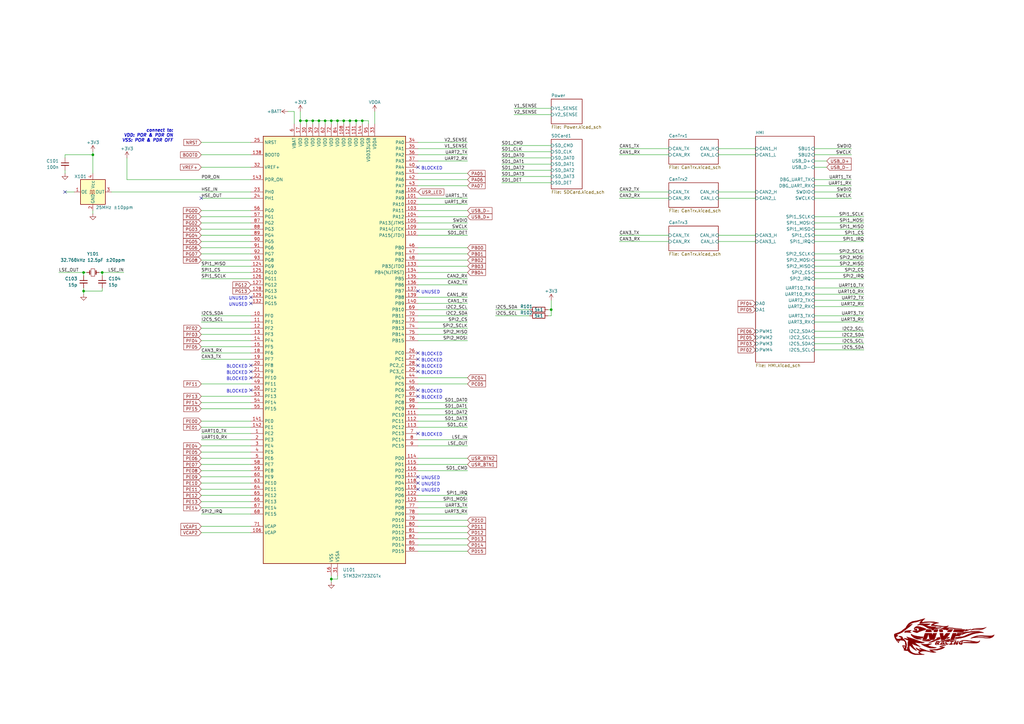
<source format=kicad_sch>
(kicad_sch (version 20231120) (generator "eeschema") (generator_version "8.0")
  (paper "A3")
  (title_block (title "Bigger Brain") (date "2024-03-05") (rev "2") (company "Scott CJX"))
  (lib_symbols
    (symbol "Device:C_Small" (pin_numbers hide) (pin_names (offset 0.254) hide)
      (property "Reference" "C" (at 0.254 1.778 0))
      (property "Value" "C_Small" (at 0.254 -2.032 0))
      (symbol "C_Small_1_1"
        (pin passive line (at 0 2.54 270) (length 2.032) (name "~") (number "1"))
        (pin passive line (at 0 -2.54 90) (length 2.032) (name "~") (number "2"))
      )
    )
    (symbol "Device:Crystal_Small" (pin_numbers hide) (pin_names (offset 1.016) hide)
      (property "Reference" "Y" (at 0 2.54 0))
      (property "Value" "Crystal_Small" (at 0 -2.54 0))
      (symbol "Crystal_Small_1_1"
        (pin passive line (at -2.54 0 0) (length 1.27) (name "1") (number "1"))
        (pin passive line (at 2.54 0 180) (length 1.27) (name "2") (number "2"))
      )
    )
    (symbol "Device:R" (pin_numbers hide) (pin_names (offset 0))
      (property "Reference" "R" (at 2.032 0 90))
      (property "Value" "R" (at 0 0 90))
      (symbol "R_1_1"
        (pin passive line (at 0 3.81 270) (length 1.27) (name "~") (number "1"))
        (pin passive line (at 0 -3.81 90) (length 1.27) (name "~") (number "2"))
      )
    )
    (symbol "MCU_ST_STM32H7:STM32H723ZGTx"
      (property "Reference" "U" (at -27.94 90.17 0))
      (property "Value" "STM32H723ZGTx" (at 20.32 90.17 0))
      (symbol "STM32H723ZGTx_1_1"
        (pin bidirectional line (at -33.02 -33.02 0) (length 5.08) (name "PE2") (number "1"))
        (pin bidirectional line (at -33.02 15.24 0) (length 5.08) (name "PF0") (number "10"))
        (pin bidirectional line (at 35.56 66.04 180) (length 5.08) (name "PA8") (number "100"))
        (pin bidirectional line (at 35.56 63.5 180) (length 5.08) (name "PA9") (number "101"))
        (pin bidirectional line (at 35.56 60.96 180) (length 5.08) (name "PA10") (number "102"))
        (pin bidirectional line (at 35.56 58.42 180) (length 5.08) (name "PA11") (number "103"))
        (pin bidirectional line (at 35.56 55.88 180) (length 5.08) (name "PA12") (number "104"))
        (pin bidirectional line (at 35.56 53.34 180) (length 5.08) (name "PA13(JTMS") (number "105"))
        (pin power_out line (at -33.02 -73.66 0) (length 5.08) (name "VCAP") (number "106"))
        (pin passive line (at 0 -91.44 90) (length 5.08) hide (name "VSS") (number "107"))
        (pin power_in line (at 5.08 93.98 270) (length 5.08) (name "VDD") (number "108"))
        (pin bidirectional line (at 35.56 50.8 180) (length 5.08) (name "PA14(JTCK") (number "109"))
        (pin bidirectional line (at -33.02 12.7 0) (length 5.08) (name "PF1") (number "11"))
        (pin bidirectional line (at 35.56 48.26 180) (length 5.08) (name "PA15(JTDI)") (number "110"))
        (pin bidirectional line (at 35.56 -25.4 180) (length 5.08) (name "PC10") (number "111"))
        (pin bidirectional line (at 35.56 -27.94 180) (length 5.08) (name "PC11") (number "112"))
        (pin bidirectional line (at 35.56 -30.48 180) (length 5.08) (name "PC12") (number "113"))
        (pin bidirectional line (at 35.56 -43.18 180) (length 5.08) (name "PD0") (number "114"))
        (pin bidirectional line (at 35.56 -45.72 180) (length 5.08) (name "PD1") (number "115"))
        (pin bidirectional line (at 35.56 -48.26 180) (length 5.08) (name "PD2") (number "116"))
        (pin bidirectional line (at 35.56 -50.8 180) (length 5.08) (name "PD3") (number "117"))
        (pin bidirectional line (at 35.56 -53.34 180) (length 5.08) (name "PD4") (number "118"))
        (pin bidirectional line (at 35.56 -55.88 180) (length 5.08) (name "PD5") (number "119"))
        (pin bidirectional line (at -33.02 10.16 0) (length 5.08) (name "PF2") (number "12"))
        (pin passive line (at 0 -91.44 90) (length 5.08) hide (name "VSS") (number "120"))
        (pin power_in line (at 7.62 93.98 270) (length 5.08) (name "VDD") (number "121"))
        (pin bidirectional line (at 35.56 -58.42 180) (length 5.08) (name "PD6") (number "122"))
        (pin bidirectional line (at 35.56 -60.96 180) (length 5.08) (name "PD7") (number "123"))
        (pin bidirectional line (at -33.02 35.56 0) (length 5.08) (name "PG9") (number "124"))
        (pin bidirectional line (at -33.02 33.02 0) (length 5.08) (name "PG10") (number "125"))
        (pin bidirectional line (at -33.02 30.48 0) (length 5.08) (name "PG11") (number "126"))
        (pin bidirectional line (at -33.02 27.94 0) (length 5.08) (name "PG12") (number "127"))
        (pin bidirectional line (at -33.02 25.4 0) (length 5.08) (name "PG13") (number "128"))
        (pin bidirectional line (at -33.02 22.86 0) (length 5.08) (name "PG14") (number "129"))
        (pin bidirectional line (at -33.02 7.62 0) (length 5.08) (name "PF3") (number "13"))
        (pin passive line (at 0 -91.44 90) (length 5.08) hide (name "VSS") (number "130"))
        (pin power_in line (at 10.16 93.98 270) (length 5.08) (name "VDD") (number "131"))
        (pin bidirectional line (at -33.02 20.32 0) (length 5.08) (name "PG15") (number "132"))
        (pin bidirectional line (at 35.56 35.56 180) (length 5.08) (name "PB3(JTDO") (number "133"))
        (pin bidirectional line (at 35.56 33.02 180) (length 5.08) (name "PB4(NJTRST)") (number "134"))
        (pin bidirectional line (at 35.56 30.48 180) (length 5.08) (name "PB5") (number "135"))
        (pin bidirectional line (at 35.56 27.94 180) (length 5.08) (name "PB6") (number "136"))
        (pin bidirectional line (at 35.56 25.4 180) (length 5.08) (name "PB7") (number "137"))
        (pin input line (at -33.02 81.28 0) (length 5.08) (name "BOOT0") (number "138"))
        (pin bidirectional line (at 35.56 22.86 180) (length 5.08) (name "PB8") (number "139"))
        (pin bidirectional line (at -33.02 5.08 0) (length 5.08) (name "PF4") (number "14"))
        (pin bidirectional line (at 35.56 20.32 180) (length 5.08) (name "PB9") (number "140"))
        (pin bidirectional line (at -33.02 -27.94 0) (length 5.08) (name "PE0") (number "141"))
        (pin bidirectional line (at -33.02 -30.48 0) (length 5.08) (name "PE1") (number "142"))
        (pin input line (at -33.02 71.12 0) (length 5.08) (name "PDR_ON") (number "143"))
        (pin power_in line (at 12.7 93.98 270) (length 5.08) (name "VDD") (number "144"))
        (pin bidirectional line (at -33.02 2.54 0) (length 5.08) (name "PF5") (number "15"))
        (pin power_in line (at 0 -91.44 90) (length 5.08) (name "VSS") (number "16"))
        (pin power_in line (at -12.7 93.98 270) (length 5.08) (name "VDD") (number "17"))
        (pin bidirectional line (at -33.02 0 0) (length 5.08) (name "PF6") (number "18"))
        (pin bidirectional line (at -33.02 -2.54 0) (length 5.08) (name "PF7") (number "19"))
        (pin bidirectional line (at -33.02 -35.56 0) (length 5.08) (name "PE3") (number "2"))
        (pin bidirectional line (at -33.02 -5.08 0) (length 5.08) (name "PF8") (number "20"))
        (pin bidirectional line (at -33.02 -7.62 0) (length 5.08) (name "PF9") (number "21"))
        (pin bidirectional line (at -33.02 -10.16 0) (length 5.08) (name "PF10") (number "22"))
        (pin bidirectional line (at -33.02 66.04 0) (length 5.08) (name "PH0") (number "23"))
        (pin bidirectional line (at -33.02 63.5 0) (length 5.08) (name "PH1") (number "24"))
        (pin input line (at -33.02 86.36 0) (length 5.08) (name "NRST") (number "25"))
        (pin bidirectional line (at 35.56 0 180) (length 5.08) (name "PC0") (number "26"))
        (pin bidirectional line (at 35.56 -2.54 180) (length 5.08) (name "PC1") (number "27"))
        (pin bidirectional line (at 35.56 -5.08 180) (length 5.08) (name "PC2_C") (number "28"))
        (pin bidirectional line (at 35.56 -7.62 180) (length 5.08) (name "PC3_C") (number "29"))
        (pin bidirectional line (at -33.02 -38.1 0) (length 5.08) (name "PE4") (number "3"))
        (pin power_in line (at -10.16 93.98 270) (length 5.08) (name "VDD") (number "30"))
        (pin power_in line (at 2.54 -91.44 90) (length 5.08) (name "VSSA") (number "31"))
        (pin input line (at -33.02 76.2 0) (length 5.08) (name "VREF+") (number "32"))
        (pin power_in line (at 17.78 93.98 270) (length 5.08) (name "VDDA") (number "33"))
        (pin bidirectional line (at 35.56 86.36 180) (length 5.08) (name "PA0") (number "34"))
        (pin bidirectional line (at 35.56 83.82 180) (length 5.08) (name "PA1") (number "35"))
        (pin bidirectional line (at 35.56 81.28 180) (length 5.08) (name "PA2") (number "36"))
        (pin bidirectional line (at 35.56 78.74 180) (length 5.08) (name "PA3") (number "37"))
        (pin passive line (at 0 -91.44 90) (length 5.08) hide (name "VSS") (number "38"))
        (pin power_in line (at -7.62 93.98 270) (length 5.08) (name "VDD") (number "39"))
        (pin bidirectional line (at -33.02 -40.64 0) (length 5.08) (name "PE5") (number "4"))
        (pin bidirectional line (at 35.56 76.2 180) (length 5.08) (name "PA4") (number "40"))
        (pin bidirectional line (at 35.56 73.66 180) (length 5.08) (name "PA5") (number "41"))
        (pin bidirectional line (at 35.56 71.12 180) (length 5.08) (name "PA6") (number "42"))
        (pin bidirectional line (at 35.56 68.58 180) (length 5.08) (name "PA7") (number "43"))
        (pin bidirectional line (at 35.56 -10.16 180) (length 5.08) (name "PC4") (number "44"))
        (pin bidirectional line (at 35.56 -12.7 180) (length 5.08) (name "PC5") (number "45"))
        (pin bidirectional line (at 35.56 43.18 180) (length 5.08) (name "PB0") (number "46"))
        (pin bidirectional line (at 35.56 40.64 180) (length 5.08) (name "PB1") (number "47"))
        (pin bidirectional line (at 35.56 38.1 180) (length 5.08) (name "PB2") (number "48"))
        (pin bidirectional line (at -33.02 -12.7 0) (length 5.08) (name "PF11") (number "49"))
        (pin bidirectional line (at -33.02 -43.18 0) (length 5.08) (name "PE6") (number "5"))
        (pin bidirectional line (at -33.02 -15.24 0) (length 5.08) (name "PF12") (number "50"))
        (pin passive line (at 0 -91.44 90) (length 5.08) hide (name "VSS") (number "51"))
        (pin power_in line (at -5.08 93.98 270) (length 5.08) (name "VDD") (number "52"))
        (pin bidirectional line (at -33.02 -17.78 0) (length 5.08) (name "PF13") (number "53"))
        (pin bidirectional line (at -33.02 -20.32 0) (length 5.08) (name "PF14") (number "54"))
        (pin bidirectional line (at -33.02 -22.86 0) (length 5.08) (name "PF15") (number "55"))
        (pin bidirectional line (at -33.02 58.42 0) (length 5.08) (name "PG0") (number "56"))
        (pin bidirectional line (at -33.02 55.88 0) (length 5.08) (name "PG1") (number "57"))
        (pin bidirectional line (at -33.02 -45.72 0) (length 5.08) (name "PE7") (number "58"))
        (pin bidirectional line (at -33.02 -48.26 0) (length 5.08) (name "PE8") (number "59"))
        (pin power_in line (at -15.24 93.98 270) (length 5.08) (name "VBAT") (number "6"))
        (pin bidirectional line (at -33.02 -50.8 0) (length 5.08) (name "PE9") (number "60"))
        (pin passive line (at 0 -91.44 90) (length 5.08) hide (name "VSS") (number "61"))
        (pin power_in line (at -2.54 93.98 270) (length 5.08) (name "VDD") (number "62"))
        (pin bidirectional line (at -33.02 -53.34 0) (length 5.08) (name "PE10") (number "63"))
        (pin bidirectional line (at -33.02 -55.88 0) (length 5.08) (name "PE11") (number "64"))
        (pin bidirectional line (at -33.02 -58.42 0) (length 5.08) (name "PE12") (number "65"))
        (pin bidirectional line (at -33.02 -60.96 0) (length 5.08) (name "PE13") (number "66"))
        (pin bidirectional line (at -33.02 -63.5 0) (length 5.08) (name "PE14") (number "67"))
        (pin bidirectional line (at -33.02 -66.04 0) (length 5.08) (name "PE15") (number "68"))
        (pin bidirectional line (at 35.56 17.78 180) (length 5.08) (name "PB10") (number "69"))
        (pin bidirectional line (at 35.56 -33.02 180) (length 5.08) (name "PC13") (number "7"))
        (pin bidirectional line (at 35.56 15.24 180) (length 5.08) (name "PB11") (number "70"))
        (pin power_out line (at -33.02 -71.12 0) (length 5.08) (name "VCAP") (number "71"))
        (pin power_in line (at 0 93.98 270) (length 5.08) (name "VDD") (number "72"))
        (pin bidirectional line (at 35.56 12.7 180) (length 5.08) (name "PB12") (number "73"))
        (pin bidirectional line (at 35.56 10.16 180) (length 5.08) (name "PB13") (number "74"))
        (pin bidirectional line (at 35.56 7.62 180) (length 5.08) (name "PB14") (number "75"))
        (pin bidirectional line (at 35.56 5.08 180) (length 5.08) (name "PB15") (number "76"))
        (pin bidirectional line (at 35.56 -63.5 180) (length 5.08) (name "PD8") (number "77"))
        (pin bidirectional line (at 35.56 -66.04 180) (length 5.08) (name "PD9") (number "78"))
        (pin bidirectional line (at 35.56 -68.58 180) (length 5.08) (name "PD10") (number "79"))
        (pin bidirectional line (at 35.56 -35.56 180) (length 5.08) (name "PC14") (number "8"))
        (pin bidirectional line (at 35.56 -71.12 180) (length 5.08) (name "PD11") (number "80"))
        (pin bidirectional line (at 35.56 -73.66 180) (length 5.08) (name "PD12") (number "81"))
        (pin bidirectional line (at 35.56 -76.2 180) (length 5.08) (name "PD13") (number "82"))
        (pin passive line (at 0 -91.44 90) (length 5.08) hide (name "VSS") (number "83"))
        (pin power_in line (at 2.54 93.98 270) (length 5.08) (name "VDD") (number "84"))
        (pin bidirectional line (at 35.56 -78.74 180) (length 5.08) (name "PD14") (number "85"))
        (pin bidirectional line (at 35.56 -81.28 180) (length 5.08) (name "PD15") (number "86"))
        (pin bidirectional line (at -33.02 53.34 0) (length 5.08) (name "PG2") (number "87"))
        (pin bidirectional line (at -33.02 50.8 0) (length 5.08) (name "PG3") (number "88"))
        (pin bidirectional line (at -33.02 48.26 0) (length 5.08) (name "PG4") (number "89"))
        (pin bidirectional line (at 35.56 -38.1 180) (length 5.08) (name "PC15") (number "9"))
        (pin bidirectional line (at -33.02 45.72 0) (length 5.08) (name "PG5") (number "90"))
        (pin bidirectional line (at -33.02 43.18 0) (length 5.08) (name "PG6") (number "91"))
        (pin bidirectional line (at -33.02 40.64 0) (length 5.08) (name "PG7") (number "92"))
        (pin bidirectional line (at -33.02 38.1 0) (length 5.08) (name "PG8") (number "93"))
        (pin passive line (at 0 -91.44 90) (length 5.08) hide (name "VSS") (number "94"))
        (pin power_in line (at 15.24 93.98 270) (length 5.08) (name "VDD33USB") (number "95"))
        (pin bidirectional line (at 35.56 -15.24 180) (length 5.08) (name "PC6") (number "96"))
        (pin bidirectional line (at 35.56 -17.78 180) (length 5.08) (name "PC7") (number "97"))
        (pin bidirectional line (at 35.56 -20.32 180) (length 5.08) (name "PC8") (number "98"))
        (pin bidirectional line (at 35.56 -22.86 180) (length 5.08) (name "PC9") (number "99"))
      )
    )
    (symbol "NVF-Kicad:NVF-Logo" (pin_names (offset 1.016)))
    (symbol "Oscillator:SG-8002LB" (pin_names (offset 0.254))
      (property "Reference" "X" (at -5.08 6.35 0))
      (property "Value" "SG-8002LB" (at 1.27 -6.35 0))
      (symbol "SG-8002LB_1_1"
        (pin input line (at -7.62 0 0) (length 2.54) (name "OE") (number "1"))
        (pin power_in line (at 0 -7.62 90) (length 2.54) (name "GND") (number "2"))
        (pin output line (at 7.62 0 180) (length 2.54) (name "OUT") (number "3"))
        (pin power_in line (at 0 7.62 270) (length 2.54) (name "Vcc") (number "4"))
      )
    )
    (symbol "power:+3V3" (power) (pin_names (offset 0))
      (property "Value" "+3V3" (at 0 3.556 0))
      (symbol "+3V3_1_1"
        (pin power_in line (at 0 0 90) (length 0) hide (name "+3V3") (number "1"))
      )
    )
    (symbol "power:+BATT" (power) (pin_names (offset 0))
      (property "Value" "+BATT" (at 0 3.556 0))
      (symbol "+BATT_1_1"
        (pin power_in line (at 0 0 90) (length 0) hide (name "+BATT") (number "1"))
      )
    )
    (symbol "power:GND" (power) (pin_names (offset 0))
      (property "Value" "GND" (at 0 -3.81 0))
      (symbol "GND_1_1"
        (pin power_in line (at 0 0 270) (length 0) hide (name "GND") (number "1"))
      )
    )
    (symbol "power:VDDA" (power) (pin_names (offset 0))
      (property "Value" "VDDA" (at 0 3.81 0))
      (symbol "VDDA_1_1"
        (pin power_in line (at 0 0 90) (length 0) hide (name "VDDA") (number "1"))
      )
    )
  )
  (junction (at 135.89 237.49))
  (junction (at 143.51 49.53))
  (junction (at 123.19 49.53))
  (junction (at 125.73 49.53))
  (junction (at 226.06 127))
  (junction (at 128.27 49.53))
  (junction (at 130.81 49.53))
  (junction (at 146.05 49.53))
  (junction (at 148.59 49.53))
  (junction (at 135.89 49.53))
  (junction (at 138.43 49.53))
  (junction (at 38.1 63.5))
  (junction (at 140.97 49.53))
  (junction (at 34.29 111.76))
  (junction (at 34.29 119.38))
  (junction (at 41.91 111.76))
  (junction (at 133.35 49.53))
  (no_connect (at 82.55 81.28))
  (no_connect (at 171.45 152.4))
  (no_connect (at 102.87 152.4))
  (no_connect (at 102.87 121.92))
  (no_connect (at 171.45 200.66))
  (no_connect (at 171.45 119.38))
  (no_connect (at 102.87 160.02))
  (no_connect (at 171.45 149.86))
  (no_connect (at 171.45 144.78))
  (no_connect (at 171.45 177.8))
  (no_connect (at 102.87 149.86))
  (no_connect (at 171.45 147.32))
  (no_connect (at 26.67 78.74))
  (no_connect (at 171.45 160.02))
  (no_connect (at 102.87 154.94))
  (no_connect (at 102.87 124.46))
  (no_connect (at 171.45 162.56))
  (no_connect (at 171.45 195.58))
  (no_connect (at 171.45 68.58))
  (no_connect (at 171.45 198.12))
  (wire (pts (xy 191.77 213.36) (xy 171.45 213.36)))
  (wire (pts (xy 135.89 237.49) (xy 138.43 237.49)))
  (wire (pts (xy 205.74 69.85) (xy 226.06 69.85)))
  (wire (pts (xy 82.55 185.42) (xy 102.87 185.42)))
  (wire (pts (xy 191.77 172.72) (xy 171.45 172.72)))
  (wire (pts (xy 82.55 187.96) (xy 102.87 187.96)))
  (wire (pts (xy 334.01 60.96) (xy 349.25 60.96)))
  (wire (pts (xy 52.07 64.77) (xy 52.07 73.66)))
  (wire (pts (xy 354.33 125.73) (xy 334.01 125.73)))
  (wire (pts (xy 191.77 226.06) (xy 171.45 226.06)))
  (wire (pts (xy 191.77 83.82) (xy 171.45 83.82)))
  (wire (pts (xy 82.55 172.72) (xy 102.87 172.72)))
  (wire (pts (xy 191.77 203.2) (xy 171.45 203.2)))
  (wire (pts (xy 349.25 76.2) (xy 334.01 76.2)))
  (wire (pts (xy 38.1 62.23) (xy 38.1 63.5)))
  (wire (pts (xy 138.43 49.53) (xy 140.97 49.53)))
  (wire (pts (xy 140.97 49.53) (xy 143.51 49.53)))
  (wire (pts (xy 135.89 49.53) (xy 135.89 50.8)))
  (wire (pts (xy 191.77 86.36) (xy 171.45 86.36)))
  (wire (pts (xy 130.81 49.53) (xy 130.81 50.8)))
  (wire (pts (xy 38.1 63.5) (xy 38.1 71.12)))
  (wire (pts (xy 191.77 71.12) (xy 171.45 71.12)))
  (wire (pts (xy 26.67 63.5) (xy 26.67 64.77)))
  (wire (pts (xy 82.55 162.56) (xy 102.87 162.56)))
  (wire (pts (xy 226.06 123.19) (xy 226.06 127)))
  (wire (pts (xy 334.01 63.5) (xy 349.25 63.5)))
  (wire (pts (xy 210.82 44.45) (xy 226.06 44.45)))
  (wire (pts (xy 82.55 142.24) (xy 102.87 142.24)))
  (wire (pts (xy 82.55 139.7) (xy 102.87 139.7)))
  (wire (pts (xy 133.35 49.53) (xy 135.89 49.53)))
  (wire (pts (xy 82.55 88.9) (xy 102.87 88.9)))
  (wire (pts (xy 254 81.28) (xy 274.32 81.28)))
  (wire (pts (xy 34.29 119.38) (xy 34.29 120.65)))
  (wire (pts (xy 191.77 76.2) (xy 171.45 76.2)))
  (wire (pts (xy 205.74 64.77) (xy 226.06 64.77)))
  (wire (pts (xy 226.06 129.54) (xy 224.79 129.54)))
  (wire (pts (xy 349.25 73.66) (xy 334.01 73.66)))
  (wire (pts (xy 82.55 114.3) (xy 102.87 114.3)))
  (wire (pts (xy 26.67 63.5) (xy 38.1 63.5)))
  (wire (pts (xy 82.55 96.52) (xy 102.87 96.52)))
  (wire (pts (xy 191.77 182.88) (xy 171.45 182.88)))
  (wire (pts (xy 82.55 165.1) (xy 102.87 165.1)))
  (wire (pts (xy 191.77 190.5) (xy 171.45 190.5)))
  (wire (pts (xy 148.59 49.53) (xy 148.59 50.8)))
  (wire (pts (xy 254 60.96) (xy 274.32 60.96)))
  (wire (pts (xy 191.77 73.66) (xy 171.45 73.66)))
  (wire (pts (xy 146.05 49.53) (xy 146.05 50.8)))
  (wire (pts (xy 82.55 111.76) (xy 102.87 111.76)))
  (wire (pts (xy 191.77 88.9) (xy 171.45 88.9)))
  (wire (pts (xy 334.01 78.74) (xy 349.25 78.74)))
  (wire (pts (xy 82.55 106.68) (xy 102.87 106.68)))
  (wire (pts (xy 354.33 138.43) (xy 334.01 138.43)))
  (wire (pts (xy 191.77 137.16) (xy 171.45 137.16)))
  (wire (pts (xy 82.55 63.5) (xy 102.87 63.5)))
  (wire (pts (xy 294.64 96.52) (xy 309.88 96.52)))
  (wire (pts (xy 191.77 124.46) (xy 171.45 124.46)))
  (wire (pts (xy 191.77 208.28) (xy 171.45 208.28)))
  (wire (pts (xy 34.29 118.11) (xy 34.29 119.38)))
  (wire (pts (xy 354.33 143.51) (xy 334.01 143.51)))
  (wire (pts (xy 82.55 218.44) (xy 102.87 218.44)))
  (wire (pts (xy 135.89 237.49) (xy 135.89 238.76)))
  (wire (pts (xy 191.77 220.98) (xy 171.45 220.98)))
  (wire (pts (xy 41.91 111.76) (xy 50.8 111.76)))
  (wire (pts (xy 120.65 45.72) (xy 120.65 50.8)))
  (wire (pts (xy 82.55 200.66) (xy 102.87 200.66)))
  (wire (pts (xy 354.33 123.19) (xy 334.01 123.19)))
  (wire (pts (xy 191.77 114.3) (xy 171.45 114.3)))
  (wire (pts (xy 82.55 205.74) (xy 102.87 205.74)))
  (wire (pts (xy 334.01 66.04) (xy 339.09 66.04)))
  (wire (pts (xy 123.19 45.72) (xy 123.19 49.53)))
  (wire (pts (xy 354.33 129.54) (xy 334.01 129.54)))
  (wire (pts (xy 143.51 49.53) (xy 146.05 49.53)))
  (wire (pts (xy 203.2 127) (xy 217.17 127)))
  (wire (pts (xy 354.33 93.98) (xy 334.01 93.98)))
  (wire (pts (xy 294.64 99.06) (xy 309.88 99.06)))
  (wire (pts (xy 191.77 101.6) (xy 171.45 101.6)))
  (wire (pts (xy 191.77 187.96) (xy 171.45 187.96)))
  (wire (pts (xy 191.77 139.7) (xy 171.45 139.7)))
  (wire (pts (xy 334.01 68.58) (xy 339.09 68.58)))
  (wire (pts (xy 82.55 91.44) (xy 102.87 91.44)))
  (wire (pts (xy 294.64 63.5) (xy 309.88 63.5)))
  (wire (pts (xy 203.2 129.54) (xy 217.17 129.54)))
  (wire (pts (xy 82.55 132.08) (xy 102.87 132.08)))
  (wire (pts (xy 125.73 49.53) (xy 125.73 50.8)))
  (wire (pts (xy 191.77 93.98) (xy 171.45 93.98)))
  (wire (pts (xy 82.55 208.28) (xy 102.87 208.28)))
  (wire (pts (xy 82.55 104.14) (xy 102.87 104.14)))
  (wire (pts (xy 191.77 210.82) (xy 171.45 210.82)))
  (wire (pts (xy 254 99.06) (xy 274.32 99.06)))
  (wire (pts (xy 191.77 63.5) (xy 171.45 63.5)))
  (wire (pts (xy 82.55 195.58) (xy 102.87 195.58)))
  (wire (pts (xy 354.33 91.44) (xy 334.01 91.44)))
  (wire (pts (xy 354.33 114.3) (xy 334.01 114.3)))
  (wire (pts (xy 82.55 58.42) (xy 102.87 58.42)))
  (wire (pts (xy 191.77 205.74) (xy 171.45 205.74)))
  (wire (pts (xy 82.55 68.58) (xy 102.87 68.58)))
  (wire (pts (xy 82.55 99.06) (xy 102.87 99.06)))
  (wire (pts (xy 82.55 147.32) (xy 102.87 147.32)))
  (wire (pts (xy 191.77 129.54) (xy 171.45 129.54)))
  (wire (pts (xy 191.77 193.04) (xy 171.45 193.04)))
  (wire (pts (xy 82.55 134.62) (xy 102.87 134.62)))
  (wire (pts (xy 354.33 140.97) (xy 334.01 140.97)))
  (wire (pts (xy 34.29 111.76) (xy 34.29 113.03)))
  (wire (pts (xy 138.43 236.22) (xy 138.43 237.49)))
  (wire (pts (xy 205.74 59.69) (xy 226.06 59.69)))
  (wire (pts (xy 140.97 49.53) (xy 140.97 50.8)))
  (wire (pts (xy 191.77 58.42) (xy 171.45 58.42)))
  (wire (pts (xy 191.77 175.26) (xy 171.45 175.26)))
  (wire (pts (xy 205.74 67.31) (xy 226.06 67.31)))
  (wire (pts (xy 191.77 127) (xy 171.45 127)))
  (wire (pts (xy 82.55 193.04) (xy 102.87 193.04)))
  (wire (pts (xy 146.05 49.53) (xy 148.59 49.53)))
  (wire (pts (xy 254 96.52) (xy 274.32 96.52)))
  (wire (pts (xy 82.55 190.5) (xy 102.87 190.5)))
  (wire (pts (xy 354.33 104.14) (xy 334.01 104.14)))
  (wire (pts (xy 354.33 111.76) (xy 334.01 111.76)))
  (wire (pts (xy 191.77 116.84) (xy 171.45 116.84)))
  (wire (pts (xy 354.33 109.22) (xy 334.01 109.22)))
  (wire (pts (xy 82.55 81.28) (xy 102.87 81.28)))
  (wire (pts (xy 354.33 99.06) (xy 334.01 99.06)))
  (wire (pts (xy 128.27 49.53) (xy 130.81 49.53)))
  (wire (pts (xy 38.1 86.36) (xy 38.1 87.63)))
  (wire (pts (xy 354.33 132.08) (xy 334.01 132.08)))
  (wire (pts (xy 82.55 109.22) (xy 102.87 109.22)))
  (wire (pts (xy 191.77 218.44) (xy 171.45 218.44)))
  (wire (pts (xy 82.55 198.12) (xy 102.87 198.12)))
  (wire (pts (xy 354.33 96.52) (xy 334.01 96.52)))
  (wire (pts (xy 226.06 127) (xy 226.06 129.54)))
  (wire (pts (xy 82.55 203.2) (xy 102.87 203.2)))
  (wire (pts (xy 191.77 223.52) (xy 171.45 223.52)))
  (wire (pts (xy 82.55 93.98) (xy 102.87 93.98)))
  (wire (pts (xy 153.67 45.72) (xy 153.67 50.8)))
  (wire (pts (xy 120.65 45.72) (xy 118.11 45.72)))
  (wire (pts (xy 82.55 101.6) (xy 102.87 101.6)))
  (wire (pts (xy 294.64 60.96) (xy 309.88 60.96)))
  (wire (pts (xy 205.74 72.39) (xy 226.06 72.39)))
  (wire (pts (xy 82.55 144.78) (xy 102.87 144.78)))
  (wire (pts (xy 254 78.74) (xy 274.32 78.74)))
  (wire (pts (xy 82.55 215.9) (xy 102.87 215.9)))
  (wire (pts (xy 143.51 49.53) (xy 143.51 50.8)))
  (wire (pts (xy 148.59 49.53) (xy 151.13 49.53)))
  (wire (pts (xy 41.91 119.38) (xy 41.91 118.11)))
  (wire (pts (xy 191.77 157.48) (xy 171.45 157.48)))
  (wire (pts (xy 191.77 60.96) (xy 171.45 60.96)))
  (wire (pts (xy 82.55 182.88) (xy 102.87 182.88)))
  (wire (pts (xy 191.77 167.64) (xy 171.45 167.64)))
  (wire (pts (xy 210.82 46.99) (xy 226.06 46.99)))
  (wire (pts (xy 354.33 118.11) (xy 334.01 118.11)))
  (wire (pts (xy 191.77 106.68) (xy 171.45 106.68)))
  (wire (pts (xy 334.01 81.28) (xy 349.25 81.28)))
  (wire (pts (xy 191.77 170.18) (xy 171.45 170.18)))
  (wire (pts (xy 82.55 137.16) (xy 102.87 137.16)))
  (wire (pts (xy 354.33 135.89) (xy 334.01 135.89)))
  (wire (pts (xy 354.33 120.65) (xy 334.01 120.65)))
  (wire (pts (xy 171.45 111.76) (xy 191.77 111.76)))
  (wire (pts (xy 224.79 127) (xy 226.06 127)))
  (wire (pts (xy 45.72 78.74) (xy 102.87 78.74)))
  (wire (pts (xy 191.77 66.04) (xy 171.45 66.04)))
  (wire (pts (xy 191.77 91.44) (xy 171.45 91.44)))
  (wire (pts (xy 191.77 154.94) (xy 171.45 154.94)))
  (wire (pts (xy 82.55 157.48) (xy 102.87 157.48)))
  (wire (pts (xy 82.55 167.64) (xy 102.87 167.64)))
  (wire (pts (xy 294.64 81.28) (xy 309.88 81.28)))
  (wire (pts (xy 82.55 180.34) (xy 102.87 180.34)))
  (wire (pts (xy 191.77 165.1) (xy 171.45 165.1)))
  (wire (pts (xy 354.33 106.68) (xy 334.01 106.68)))
  (wire (pts (xy 24.13 111.76) (xy 34.29 111.76)))
  (wire (pts (xy 82.55 175.26) (xy 102.87 175.26)))
  (wire (pts (xy 82.55 86.36) (xy 102.87 86.36)))
  (wire (pts (xy 151.13 50.8) (xy 151.13 49.53)))
  (wire (pts (xy 34.29 111.76) (xy 35.56 111.76)))
  (wire (pts (xy 82.55 177.8) (xy 102.87 177.8)))
  (wire (pts (xy 191.77 81.28) (xy 171.45 81.28)))
  (wire (pts (xy 354.33 88.9) (xy 334.01 88.9)))
  (wire (pts (xy 41.91 111.76) (xy 41.91 113.03)))
  (wire (pts (xy 52.07 73.66) (xy 102.87 73.66)))
  (wire (pts (xy 205.74 74.93) (xy 226.06 74.93)))
  (wire (pts (xy 294.64 78.74) (xy 309.88 78.74)))
  (wire (pts (xy 133.35 49.53) (xy 133.35 50.8)))
  (wire (pts (xy 135.89 49.53) (xy 138.43 49.53)))
  (wire (pts (xy 123.19 49.53) (xy 125.73 49.53)))
  (wire (pts (xy 138.43 49.53) (xy 138.43 50.8)))
  (wire (pts (xy 191.77 215.9) (xy 171.45 215.9)))
  (wire (pts (xy 40.64 111.76) (xy 41.91 111.76)))
  (wire (pts (xy 191.77 132.08) (xy 171.45 132.08)))
  (wire (pts (xy 254 63.5) (xy 274.32 63.5)))
  (wire (pts (xy 171.45 96.52) (xy 191.77 96.52)))
  (wire (pts (xy 191.77 121.92) (xy 171.45 121.92)))
  (wire (pts (xy 34.29 119.38) (xy 41.91 119.38)))
  (wire (pts (xy 128.27 49.53) (xy 128.27 50.8)))
  (wire (pts (xy 205.74 62.23) (xy 226.06 62.23)))
  (wire (pts (xy 135.89 236.22) (xy 135.89 237.49)))
  (wire (pts (xy 82.55 129.54) (xy 102.87 129.54)))
  (wire (pts (xy 191.77 180.34) (xy 171.45 180.34)))
  (wire (pts (xy 123.19 49.53) (xy 123.19 50.8)))
  (wire (pts (xy 191.77 104.14) (xy 171.45 104.14)))
  (wire (pts (xy 171.45 109.22) (xy 191.77 109.22)))
  (wire (pts (xy 26.67 78.74) (xy 30.48 78.74)))
  (wire (pts (xy 130.81 49.53) (xy 133.35 49.53)))
  (wire (pts (xy 191.77 134.62) (xy 171.45 134.62)))
  (wire (pts (xy 26.67 69.85) (xy 26.67 71.12)))
  (wire (pts (xy 125.73 49.53) (xy 128.27 49.53)))
  (wire (pts (xy 82.55 210.82) (xy 102.87 210.82)))
  (text "UNUSED" (at 172.72 120.65 0) (effects (font (size 1.27 1.27)) (justify left bottom)))
  (text "BLOCKED" (at 172.72 151.13 0) (effects (font (size 1.27 1.27)) (justify left bottom)))
  (text "BLOCKED" (at 101.6 151.13 0) (effects (font (size 1.27 1.27)) (justify right bottom)))
  (text "UNUSED" (at 172.72 201.93 0) (effects (font (size 1.27 1.27)) (justify left bottom)))
  (text "BLOCKED" (at 101.6 161.29 0) (effects (font (size 1.27 1.27)) (justify right bottom)))
  (text "BLOCKED" (at 172.72 69.85 0) (effects (font (size 1.27 1.27)) (justify left bottom)))
  (text "BLOCKED" (at 172.72 161.29 0) (effects (font (size 1.27 1.27)) (justify left bottom)))
  (text "UNUSED" (at 172.72 196.85 0) (effects (font (size 1.27 1.27)) (justify left bottom)))
  (text "BLOCKED" (at 101.6 153.67 0) (effects (font (size 1.27 1.27)) (justify right bottom)))
  (text "BLOCKED" (at 172.72 153.67 0) (effects (font (size 1.27 1.27)) (justify left bottom)))
  (text "BLOCKED" (at 101.6 156.21 0) (effects (font (size 1.27 1.27)) (justify right bottom)))
  (text "UNUSED" (at 172.72 199.39 0) (effects (font (size 1.27 1.27)) (justify left bottom)))
  (text "UNUSED" (at 101.6 125.73 0) (effects (font (size 1.27 1.27)) (justify right bottom)))
  (text "BLOCKED" (at 172.72 148.59 0) (effects (font (size 1.27 1.27)) (justify left bottom)))
  (text "UNUSED" (at 101.6 123.19 0) (effects (font (size 1.27 1.27)) (justify right bottom)))
  (text "connect to:\nVDD: POR & PDR ON\nVSS: POR & PDR OFF" (at 71.12 58.42 0) (effects (font (size 1.27 1.27) (bold yes) (italic yes)) (justify right bottom)))
  (text "BLOCKED" (at 172.72 163.83 0) (effects (font (size 1.27 1.27)) (justify left bottom)))
  (text "BLOCKED" (at 172.72 179.07 0) (effects (font (size 1.27 1.27)) (justify left bottom)))
  (text "BLOCKED" (at 172.72 146.05 0) (effects (font (size 1.27 1.27)) (justify left bottom)))
  (label "SD1_DAT0" (at 205.74 64.77 0))
  (label "V1_SENSE" (at 210.82 44.45 0))
  (label "SD1_DET" (at 191.77 96.52 180))
  (label "SD1_DAT2" (at 205.74 69.85 0))
  (label "SPI2_CS" (at 354.33 111.76 180))
  (label "I2C2_SCL" (at 191.77 127 180))
  (label "LSE_OUT" (at 24.13 111.76 0))
  (label "I2C5_SCL" (at 82.55 132.08 0))
  (label "CAN2_TX" (at 254 78.74 0))
  (label "SPI2_SCLK" (at 191.77 134.62 180))
  (label "CAN3_RX" (at 254 99.06 0))
  (label "SPI1_CS" (at 354.33 96.52 180))
  (label "CAN2_RX" (at 191.77 114.3 180))
  (label "SWDIO" (at 349.25 78.74 180))
  (label "SPI1_SCLK" (at 354.33 88.9 180))
  (label "I2C5_SDA" (at 203.2 127 0))
  (label "UART2_RX" (at 354.33 125.73 180))
  (label "UART3_RX" (at 191.77 210.82 180))
  (label "UART10_RX" (at 82.55 180.34 0))
  (label "SPI1_MISO" (at 82.55 109.22 0))
  (label "SD1_DAT1" (at 191.77 167.64 180))
  (label "UART1_RX" (at 349.25 76.2 180))
  (label "UART10_TX" (at 354.33 118.11 180))
  (label "SPI1_IRQ" (at 191.77 203.2 180))
  (label "I2C5_SDA" (at 82.55 129.54 0))
  (label "UART3_TX" (at 354.33 129.54 180))
  (label "HSE_OUT" (at 82.55 81.28 0))
  (label "UART3_RX" (at 354.33 132.08 180))
  (label "SD1_DAT3" (at 191.77 172.72 180))
  (label "I2C2_SDA" (at 191.77 129.54 180))
  (label "CAN3_TX" (at 82.55 147.32 0))
  (label "SD1_CLK" (at 191.77 175.26 180))
  (label "SPI1_IRQ" (at 354.33 99.06 180))
  (label "LSE_IN" (at 50.8 111.76 180))
  (label "CAN1_TX" (at 191.77 124.46 180))
  (label "CAN2_TX" (at 191.77 116.84 180))
  (label "SPI1_MISO" (at 354.33 93.98 180))
  (label "SPI2_MOSI" (at 191.77 139.7 180))
  (label "SD1_CLK" (at 205.74 62.23 0))
  (label "SPI2_IRQ" (at 82.55 210.82 0))
  (label "V2_SENSE" (at 191.77 58.42 180))
  (label "SWCLK" (at 349.25 81.28 180))
  (label "UART2_TX" (at 191.77 63.5 180))
  (label "UART2_TX" (at 354.33 123.19 180))
  (label "SPI2_MISO" (at 191.77 137.16 180))
  (label "UART1_TX" (at 349.25 73.66 180))
  (label "CAN1_TX" (at 254 60.96 0))
  (label "SD1_DAT1" (at 205.74 67.31 0))
  (label "SD1_CMD" (at 191.77 193.04 180))
  (label "SD1_DAT0" (at 191.77 165.1 180))
  (label "I2C5_SCL" (at 203.2 129.54 0))
  (label "SPI2_IRQ" (at 354.33 114.3 180))
  (label "CAN3_TX" (at 254 96.52 0))
  (label "I2C2_SCL" (at 354.33 135.89 180))
  (label "LSE_IN" (at 191.77 180.34 180))
  (label "SWDIO" (at 191.77 91.44 180))
  (label "SWDIO" (at 349.25 60.96 180))
  (label "SD1_DAT3" (at 205.74 72.39 0))
  (label "SWCLK" (at 349.25 63.5 180))
  (label "CAN3_RX" (at 82.55 144.78 0))
  (label "UART1_RX" (at 191.77 83.82 180))
  (label "SPI2_MOSI" (at 354.33 106.68 180))
  (label "UART10_TX" (at 82.55 177.8 0))
  (label "SPI1_MOSI" (at 191.77 205.74 180))
  (label "SD1_CMD" (at 205.74 59.69 0))
  (label "UART2_RX" (at 191.77 66.04 180))
  (label "I2C5_SCL" (at 354.33 140.97 180))
  (label "SD1_DET" (at 205.74 74.93 0))
  (label "UART1_TX" (at 191.77 81.28 180))
  (label "SPI2_CS" (at 191.77 132.08 180))
  (label "I2C5_SDA" (at 354.33 143.51 180))
  (label "SPI1_CS" (at 82.55 111.76 0))
  (label "SD1_DAT2" (at 191.77 170.18 180))
  (label "UART3_TX" (at 191.77 208.28 180))
  (label "I2C2_SDA" (at 354.33 138.43 180))
  (label "SPI1_MOSI" (at 354.33 91.44 180))
  (label "CAN1_RX" (at 191.77 121.92 180))
  (label "SPI2_MISO" (at 354.33 109.22 180))
  (label "LSE_OUT" (at 191.77 182.88 180))
  (label "UART10_RX" (at 354.33 120.65 180))
  (label "CAN2_RX" (at 254 81.28 0))
  (label "HSE_IN" (at 82.55 78.74 0))
  (label "V2_SENSE" (at 210.82 46.99 0))
  (label "PDR_ON" (at 82.55 73.66 0))
  (label "CAN1_RX" (at 254 63.5 0))
  (label "SPI2_SCLK" (at 354.33 104.14 180))
  (label "SPI1_SCLK" (at 82.55 114.3 0))
  (label "V1_SENSE" (at 191.77 60.96 180))
  (label "SWCLK" (at 191.77 93.98 180))
  (global_label "PF11" (shape input) (at 82.55 157.48 180) (property "Intersheetrefs" "${INTERSHEET_REFS}" (effects (hide yes))))
  (global_label "PE05" (shape input) (at 82.55 185.42 180) (property "Intersheetrefs" "${INTERSHEET_REFS}" (effects (hide yes))))
  (global_label "PE06" (shape input) (at 309.88 135.89 180) (property "Intersheetrefs" "${INTERSHEET_REFS}" (effects (hide yes))))
  (global_label "PA06" (shape input) (at 191.77 73.66 0) (property "Intersheetrefs" "${INTERSHEET_REFS}" (effects (hide yes))))
  (global_label "PG13" (shape input) (at 102.87 119.38 180) (property "Intersheetrefs" "${INTERSHEET_REFS}" (effects (hide yes))))
  (global_label "PF05" (shape input) (at 82.55 142.24 180) (property "Intersheetrefs" "${INTERSHEET_REFS}" (effects (hide yes))))
  (global_label "PC04" (shape input) (at 191.77 154.94 0) (property "Intersheetrefs" "${INTERSHEET_REFS}" (effects (hide yes))))
  (global_label "PG04" (shape input) (at 82.55 96.52 180) (property "Intersheetrefs" "${INTERSHEET_REFS}" (effects (hide yes))))
  (global_label "USB_D+" (shape input) (at 191.77 88.9 0) (property "Intersheetrefs" "${INTERSHEET_REFS}" (effects (hide yes))))
  (global_label "PE05" (shape input) (at 309.88 138.43 180) (property "Intersheetrefs" "${INTERSHEET_REFS}" (effects (hide yes))))
  (global_label "USR_LED" (shape input) (at 171.45 78.74 0) (property "Intersheetrefs" "${INTERSHEET_REFS}" (effects (hide yes))))
  (global_label "PD13" (shape input) (at 191.77 220.98 0) (property "Intersheetrefs" "${INTERSHEET_REFS}" (effects (hide yes))))
  (global_label "PF15" (shape input) (at 82.55 167.64 180) (property "Intersheetrefs" "${INTERSHEET_REFS}" (effects (hide yes))))
  (global_label "PG05" (shape input) (at 82.55 99.06 180) (property "Intersheetrefs" "${INTERSHEET_REFS}" (effects (hide yes))))
  (global_label "PG06" (shape input) (at 82.55 101.6 180) (property "Intersheetrefs" "${INTERSHEET_REFS}" (effects (hide yes))))
  (global_label "PG08" (shape input) (at 82.55 106.68 180) (property "Intersheetrefs" "${INTERSHEET_REFS}" (effects (hide yes))))
  (global_label "PG12" (shape input) (at 102.87 116.84 180) (property "Intersheetrefs" "${INTERSHEET_REFS}" (effects (hide yes))))
  (global_label "PE07" (shape input) (at 82.55 190.5 180) (property "Intersheetrefs" "${INTERSHEET_REFS}" (effects (hide yes))))
  (global_label "PE00" (shape input) (at 82.55 172.72 180) (property "Intersheetrefs" "${INTERSHEET_REFS}" (effects (hide yes))))
  (global_label "PF04" (shape input) (at 309.88 124.46 180) (property "Intersheetrefs" "${INTERSHEET_REFS}" (effects (hide yes))))
  (global_label "USB_D+" (shape input) (at 339.09 66.04 0) (property "Intersheetrefs" "${INTERSHEET_REFS}" (effects (hide yes))))
  (global_label "PE06" (shape input) (at 82.55 187.96 180) (property "Intersheetrefs" "${INTERSHEET_REFS}" (effects (hide yes))))
  (global_label "PE13" (shape input) (at 82.55 205.74 180) (property "Intersheetrefs" "${INTERSHEET_REFS}" (effects (hide yes))))
  (global_label "PG07" (shape input) (at 82.55 104.14 180) (property "Intersheetrefs" "${INTERSHEET_REFS}" (effects (hide yes))))
  (global_label "PE01" (shape input) (at 82.55 175.26 180) (property "Intersheetrefs" "${INTERSHEET_REFS}" (effects (hide yes))))
  (global_label "PF02" (shape input) (at 309.88 143.51 180) (property "Intersheetrefs" "${INTERSHEET_REFS}" (effects (hide yes))))
  (global_label "PF03" (shape input) (at 309.88 140.97 180) (property "Intersheetrefs" "${INTERSHEET_REFS}" (effects (hide yes))))
  (global_label "PE10" (shape input) (at 82.55 198.12 180) (property "Intersheetrefs" "${INTERSHEET_REFS}" (effects (hide yes))))
  (global_label "VREF+" (shape input) (at 82.55 68.58 180) (property "Intersheetrefs" "${INTERSHEET_REFS}" (effects (hide yes))))
  (global_label "PC05" (shape input) (at 191.77 157.48 0) (property "Intersheetrefs" "${INTERSHEET_REFS}" (effects (hide yes))))
  (global_label "PF14" (shape input) (at 82.55 165.1 180) (property "Intersheetrefs" "${INTERSHEET_REFS}" (effects (hide yes))))
  (global_label "PG00" (shape input) (at 82.55 86.36 180) (property "Intersheetrefs" "${INTERSHEET_REFS}" (effects (hide yes))))
  (global_label "PD12" (shape input) (at 191.77 218.44 0) (property "Intersheetrefs" "${INTERSHEET_REFS}" (effects (hide yes))))
  (global_label "PB00" (shape input) (at 191.77 101.6 0) (property "Intersheetrefs" "${INTERSHEET_REFS}" (effects (hide yes))))
  (global_label "PF03" (shape input) (at 82.55 137.16 180) (property "Intersheetrefs" "${INTERSHEET_REFS}" (effects (hide yes))))
  (global_label "PD10" (shape input) (at 191.77 213.36 0) (property "Intersheetrefs" "${INTERSHEET_REFS}" (effects (hide yes))))
  (global_label "PG01" (shape input) (at 82.55 88.9 180) (property "Intersheetrefs" "${INTERSHEET_REFS}" (effects (hide yes))))
  (global_label "PD14" (shape input) (at 191.77 223.52 0) (property "Intersheetrefs" "${INTERSHEET_REFS}" (effects (hide yes))))
  (global_label "PE14" (shape input) (at 82.55 208.28 180) (property "Intersheetrefs" "${INTERSHEET_REFS}" (effects (hide yes))))
  (global_label "PA05" (shape input) (at 191.77 71.12 0) (property "Intersheetrefs" "${INTERSHEET_REFS}" (effects (hide yes))))
  (global_label "PG02" (shape input) (at 82.55 91.44 180) (property "Intersheetrefs" "${INTERSHEET_REFS}" (effects (hide yes))))
  (global_label "BOOT0" (shape input) (at 82.55 63.5 180) (property "Intersheetrefs" "${INTERSHEET_REFS}" (effects (hide yes))))
  (global_label "PB03" (shape input) (at 191.77 109.22 0) (property "Intersheetrefs" "${INTERSHEET_REFS}" (effects (hide yes))))
  (global_label "PB02" (shape input) (at 191.77 106.68 0) (property "Intersheetrefs" "${INTERSHEET_REFS}" (effects (hide yes))))
  (global_label "PG03" (shape input) (at 82.55 93.98 180) (property "Intersheetrefs" "${INTERSHEET_REFS}" (effects (hide yes))))
  (global_label "VCAP2" (shape input) (at 82.55 218.44 180) (property "Intersheetrefs" "${INTERSHEET_REFS}" (effects (hide yes))))
  (global_label "USB_D-" (shape input) (at 339.09 68.58 0) (property "Intersheetrefs" "${INTERSHEET_REFS}" (effects (hide yes))))
  (global_label "USR_BTN2" (shape input) (at 191.77 187.96 0) (property "Intersheetrefs" "${INTERSHEET_REFS}" (effects (hide yes))))
  (global_label "NRST" (shape input) (at 82.55 58.42 180) (property "Intersheetrefs" "${INTERSHEET_REFS}" (effects (hide yes))))
  (global_label "PE04" (shape input) (at 82.55 182.88 180) (property "Intersheetrefs" "${INTERSHEET_REFS}" (effects (hide yes))))
  (global_label "PB04" (shape input) (at 191.77 111.76 0) (property "Intersheetrefs" "${INTERSHEET_REFS}" (effects (hide yes))))
  (global_label "PB01" (shape input) (at 191.77 104.14 0) (property "Intersheetrefs" "${INTERSHEET_REFS}" (effects (hide yes))))
  (global_label "VCAP1" (shape input) (at 82.55 215.9 180) (property "Intersheetrefs" "${INTERSHEET_REFS}" (effects (hide yes))))
  (global_label "PE08" (shape input) (at 82.55 193.04 180) (property "Intersheetrefs" "${INTERSHEET_REFS}" (effects (hide yes))))
  (global_label "PF05" (shape input) (at 309.88 127 180) (property "Intersheetrefs" "${INTERSHEET_REFS}" (effects (hide yes))))
  (global_label "PE09" (shape input) (at 82.55 195.58 180) (property "Intersheetrefs" "${INTERSHEET_REFS}" (effects (hide yes))))
  (global_label "PE11" (shape input) (at 82.55 200.66 180) (property "Intersheetrefs" "${INTERSHEET_REFS}" (effects (hide yes))))
  (global_label "PD11" (shape input) (at 191.77 215.9 0) (property "Intersheetrefs" "${INTERSHEET_REFS}" (effects (hide yes))))
  (global_label "USB_D-" (shape input) (at 191.77 86.36 0) (property "Intersheetrefs" "${INTERSHEET_REFS}" (effects (hide yes))))
  (global_label "PF02" (shape input) (at 82.55 134.62 180) (property "Intersheetrefs" "${INTERSHEET_REFS}" (effects (hide yes))))
  (global_label "PF04" (shape input) (at 82.55 139.7 180) (property "Intersheetrefs" "${INTERSHEET_REFS}" (effects (hide yes))))
  (global_label "PA07" (shape input) (at 191.77 76.2 0) (property "Intersheetrefs" "${INTERSHEET_REFS}" (effects (hide yes))))
  (global_label "PF13" (shape input) (at 82.55 162.56 180) (property "Intersheetrefs" "${INTERSHEET_REFS}" (effects (hide yes))))
  (global_label "PD15" (shape input) (at 191.77 226.06 0) (property "Intersheetrefs" "${INTERSHEET_REFS}" (effects (hide yes))))
  (global_label "USR_BTN1" (shape input) (at 191.77 190.5 0) (property "Intersheetrefs" "${INTERSHEET_REFS}" (effects (hide yes))))
  (global_label "PE12" (shape input) (at 82.55 203.2 180) (property "Intersheetrefs" "${INTERSHEET_REFS}" (effects (hide yes))))
  (symbol (lib_id "power:+3V3") (at 123.19 45.72 0) (unit 1)
    (property "Reference" "#PWR0102" (effects (hide yes)))
    (property "Value" "+3V3" (at 123.19 41.91 0))
  )
  (symbol (lib_id "power:+3V3") (at 38.1 62.23 0) (unit 1)
    (property "Reference" "#PWR0104" (effects (hide yes)))
    (property "Value" "+3V3" (at 38.1 58.42 0))
  )
  (symbol (lib_id "Device:C_Small") (at 41.91 115.57 0) (unit 1)
    (property "Reference" "C104" (at 44.45 114.3 0) (effects (justify left)))
    (property "Value" "15p" (at 44.45 116.84 0) (effects (justify left)))
    (property "Footprint" "Capacitor_SMD:C_0603_1608Metric" (effects (hide yes)))
    (property "LCSC" "C1644" (effects (hide yes)))
    (property "Element14" "-" (effects (hide yes)))
  )
  (symbol (lib_id "Oscillator:SG-8002LB") (at 38.1 78.74 0) (unit 1)
    (property "Reference" "X101" (at 33.02 72.39 0))
    (property "Value" "25MHz ±10ppm" (at 46.99 85.09 0))
    (property "Footprint" "Crystal:Crystal_SMD_3225-4Pin_3.2x2.5mm" (effects (hide yes)))
    (property "Datasheet" "https://support.epson.biz/td/api/doc_check.php?dl=brief_SG-8002LB&lang=en" (effects (hide yes)))
    (property "LCSC" "C669088" (effects (hide yes)))
    (property "Element14" "-" (effects (hide yes)))
  )
  (symbol (lib_id "Device:R") (at 220.98 129.54 90) (unit 1)
    (property "Reference" "R102" (at 215.9 128.27 90))
    (property "Value" "5k1" (at 220.98 129.54 90))
    (property "Footprint" "Resistor_SMD:R_0603_1608Metric" (effects (hide yes)))
    (property "LCSC" "C23186" (effects (hide yes)))
    (property "Element14" "-" (effects (hide yes)))
  )
  (symbol (lib_id "power:GND") (at 38.1 87.63 0) (unit 1)
    (property "Reference" "#PWR0106" (effects (hide yes)))
    (property "Value" "GND" (effects (hide yes)))
  )
  (symbol (lib_id "Device:R") (at 220.98 127 90) (unit 1)
    (property "Reference" "R101" (at 215.9 125.73 90))
    (property "Value" "5k1" (at 220.98 127 90))
    (property "Footprint" "Resistor_SMD:R_0603_1608Metric" (effects (hide yes)))
    (property "LCSC" "C23186" (effects (hide yes)))
    (property "Element14" "-" (effects (hide yes)))
  )
  (symbol (lib_id "power:+3V3") (at 226.06 123.19 0) (unit 1)
    (property "Reference" "#PWR0109" (effects (hide yes)))
    (property "Value" "+3V3" (at 226.06 119.38 0))
  )
  (symbol (lib_id "Device:Crystal_Small") (at 38.1 111.76 0) (unit 1)
    (property "Reference" "Y101" (at 38.1 104.14 0))
    (property "Value" "32.768kHz 12.5pF ±20ppm" (at 38.1 106.68 0))
    (property "Footprint" "Crystal:Crystal_SMD_3215-2Pin_3.2x1.5mm" (effects (hide yes)))
    (property "LCSC" "C32346" (effects (hide yes)))
    (property "Element14" "-" (effects (hide yes)))
  )
  (symbol (lib_id "power:GND") (at 26.67 71.12 0) (mirror y) (unit 1)
    (property "Reference" "#PWR0105" (effects (hide yes)))
    (property "Value" "GND" (effects (hide yes)))
  )
  (symbol (lib_id "power:+3V3") (at 52.07 64.77 0) (unit 1)
    (property "Reference" "#PWR0108" (effects (hide yes)))
    (property "Value" "+3V3" (at 52.07 60.96 0))
  )
  (symbol (lib_id "power:+BATT") (at 118.11 45.72 90) (unit 1)
    (property "Reference" "#PWR0101" (effects (hide yes)))
    (property "Value" "+BATT" (at 115.57 45.72 90) (effects (justify left)))
  )
  (symbol (lib_id "Device:C_Small") (at 34.29 115.57 0) (mirror y) (unit 1)
    (property "Reference" "C103" (at 31.75 114.3 0) (effects (justify left)))
    (property "Value" "15p" (at 31.75 116.84 0) (effects (justify left)))
    (property "Footprint" "Capacitor_SMD:C_0603_1608Metric" (effects (hide yes)))
    (property "LCSC" "C1644" (effects (hide yes)))
    (property "Element14" "-" (effects (hide yes)))
  )
  (symbol (lib_id "NVF-Kicad:NVF-Logo") (at 387.35 265.43 0) (unit 1)
    (property "Reference" "#G101" (effects (hide yes)))
    (property "Value" "LOGO" (effects (hide yes)))
  )
  (symbol (lib_id "power:GND") (at 34.29 120.65 0) (unit 1)
    (property "Reference" "#PWR0113" (effects (hide yes)))
    (property "Value" "GND" (effects (hide yes)))
  )
  (symbol (lib_id "MCU_ST_STM32H7:STM32H723ZGTx") (at 135.89 144.78 0) (unit 1)
    (property "Reference" "U101" (at 140.6241 233.68 0) (effects (justify left)))
    (property "Value" "STM32H723ZGTx" (at 140.6241 236.22 0) (effects (justify left)))
    (property "Footprint" "Package_QFP:LQFP-144_20x20mm_P0.5mm" (effects (hide yes)))
    (property "Datasheet" "https://www.st.com/resource/en/datasheet/stm32h723zg.pdf" (effects (hide yes)))
    (property "LCSC" "C730146" (effects (hide yes)))
    (property "Element14" "-" (effects (hide yes)))
  )
  (symbol (lib_id "power:GND") (at 135.89 238.76 0) (unit 1)
    (property "Reference" "#PWR0107" (effects (hide yes)))
    (property "Value" "GND" (effects (hide yes)))
  )
  (symbol (lib_id "power:VDDA") (at 153.67 45.72 0) (unit 1)
    (property "Reference" "#PWR0103" (effects (hide yes)))
    (property "Value" "VDDA" (at 153.67 41.91 0))
  )
  (symbol (lib_id "Device:C_Small") (at 26.67 67.31 0) (mirror y) (unit 1)
    (property "Reference" "C101" (at 24.13 66.04 0) (effects (justify left)))
    (property "Value" "100n" (at 24.13 68.58 0) (effects (justify left)))
    (property "Footprint" "Capacitor_SMD:C_0603_1608Metric" (effects (hide yes)))
    (property "LCSC" "C14663" (effects (hide yes)))
    (property "Element14" "-" (effects (hide yes)))
  )
  (sheet (at 226.06 40.64) (size 12.7 10.16) (stroke (width 0.1524))
    (property "Sheetname" "Power" (at 226.06 39.9284 0) (effects (justify left bottom)))
    (property "Sheetfile" "Power.kicad_sch" (at 226.06 51.3846 0) (effects (justify left top)))
    (pin "V1_SENSE" input (at 226.06 44.45 180))
    (pin "V2_SENSE" input (at 226.06 46.99 180))
  )
  (sheet (at 226.06 57.15) (size 12.7 20.32) (stroke (width 0.1524))
    (property "Sheetname" "SDCard1" (at 226.06 56.4384 0) (effects (justify left bottom)))
    (property "Sheetfile" "SDCard.kicad_sch" (at 226.06 78.0546 0) (effects (justify left top)))
    (pin "SD_DAT0" input (at 226.06 64.77 180))
    (pin "SD_DAT2" input (at 226.06 69.85 180))
    (pin "SD_DAT1" input (at 226.06 67.31 180))
    (pin "SD_DAT3" input (at 226.06 72.39 180))
    (pin "SD_DET" input (at 226.06 74.93 180))
    (pin "SD_CMD" input (at 226.06 59.69 180))
    (pin "SD_CLK" input (at 226.06 62.23 180))
  )
  (sheet (at 274.32 57.15) (size 20.32 10.16) (stroke (width 0.1524))
    (property "Sheetname" "CanTrx1" (at 274.32 56.4384 0) (effects (justify left bottom)))
    (property "Sheetfile" "CanTrx.kicad_sch" (at 274.32 67.8946 0) (effects (justify left top)))
    (pin "CAN_TX" input (at 274.32 60.96 180))
    (pin "CAN_RX" input (at 274.32 63.5 180))
    (pin "CAN_H" input (at 294.64 60.96 0))
    (pin "CAN_L" input (at 294.64 63.5 0))
  )
  (sheet (at 309.88 55.88) (size 24.13 92.71) (stroke (width 0.1524))
    (property "Sheetname" "HMI" (at 309.88 55.1684 0) (effects (justify left bottom)))
    (property "Sheetfile" "HMI.kicad_sch" (at 309.88 149.1746 0) (effects (justify left top)))
    (pin "CAN2_H" input (at 309.88 78.74 180))
    (pin "CAN2_L" input (at 309.88 81.28 180))
    (pin "CAN3_H" input (at 309.88 96.52 180))
    (pin "CAN3_L" input (at 309.88 99.06 180))
    (pin "CAN1_H" input (at 309.88 60.96 180))
    (pin "CAN1_L" input (at 309.88 63.5 180))
    (pin "SBU1" input (at 334.01 60.96 0))
    (pin "SBU2" input (at 334.01 63.5 0))
    (pin "DBG_UART_TX" input (at 334.01 73.66 0))
    (pin "DBG_UART_RX" input (at 334.01 76.2 0))
    (pin "SWCLK" input (at 334.01 81.28 0))
    (pin "SWDIO" input (at 334.01 78.74 0))
    (pin "USB_D+" input (at 334.01 66.04 0))
    (pin "USB_D-" input (at 334.01 68.58 0))
    (pin "SPI1_IRQ" input (at 334.01 99.06 0))
    (pin "PWM3" input (at 309.88 140.97 180))
    (pin "PWM4" input (at 309.88 143.51 180))
    (pin "PWM2" input (at 309.88 138.43 180))
    (pin "PWM1" input (at 309.88 135.89 180))
    (pin "SPI1_SCLK" input (at 334.01 88.9 0))
    (pin "SPI1_MOSI" input (at 334.01 91.44 0))
    (pin "SPI1_CS" input (at 334.01 96.52 0))
    (pin "SPI1_MISO" input (at 334.01 93.98 0))
    (pin "A1" input (at 309.88 127 180))
    (pin "A0" input (at 309.88 124.46 180))
    (pin "SPI2_MOSI" input (at 334.01 106.68 0))
    (pin "SPI2_MISO" input (at 334.01 109.22 0))
    (pin "SPI2_CS" input (at 334.01 111.76 0))
    (pin "SPI2_SCLK" input (at 334.01 104.14 0))
    (pin "SPI2_IRQ" input (at 334.01 114.3 0))
    (pin "UART3_RX" input (at 334.01 132.08 0))
    (pin "UART3_TX" input (at 334.01 129.54 0))
    (pin "UART2_TX" input (at 334.01 123.19 0))
    (pin "UART2_RX" input (at 334.01 125.73 0))
    (pin "I2C2_SCL" input (at 334.01 138.43 0))
    (pin "I2C2_SDA" input (at 334.01 135.89 0))
    (pin "UART10_RX" input (at 334.01 120.65 0))
    (pin "UART10_TX" input (at 334.01 118.11 0))
    (pin "I2C5_SDA" input (at 334.01 140.97 0))
    (pin "I2C5_SCL" input (at 334.01 143.51 0))
  )
  (sheet (at 274.32 92.71) (size 20.32 10.16) (stroke (width 0.1524))
    (property "Sheetname" "CanTrx3" (at 274.32 91.9984 0) (effects (justify left bottom)))
    (property "Sheetfile" "CanTrx.kicad_sch" (at 274.32 103.4546 0) (effects (justify left top)))
    (pin "CAN_TX" input (at 274.32 96.52 180))
    (pin "CAN_RX" input (at 274.32 99.06 180))
    (pin "CAN_H" input (at 294.64 96.52 0))
    (pin "CAN_L" input (at 294.64 99.06 0))
  )
  (sheet (at 274.32 74.93) (size 20.32 10.16) (stroke (width 0.1524))
    (property "Sheetname" "CanTrx2" (at 274.32 74.2184 0) (effects (justify left bottom)))
    (property "Sheetfile" "CanTrx.kicad_sch" (at 274.32 85.6746 0) (effects (justify left top)))
    (pin "CAN_TX" input (at 274.32 78.74 180))
    (pin "CAN_RX" input (at 274.32 81.28 180))
    (pin "CAN_H" input (at 294.64 78.74 0))
    (pin "CAN_L" input (at 294.64 81.28 0))
  )
)
</source>
